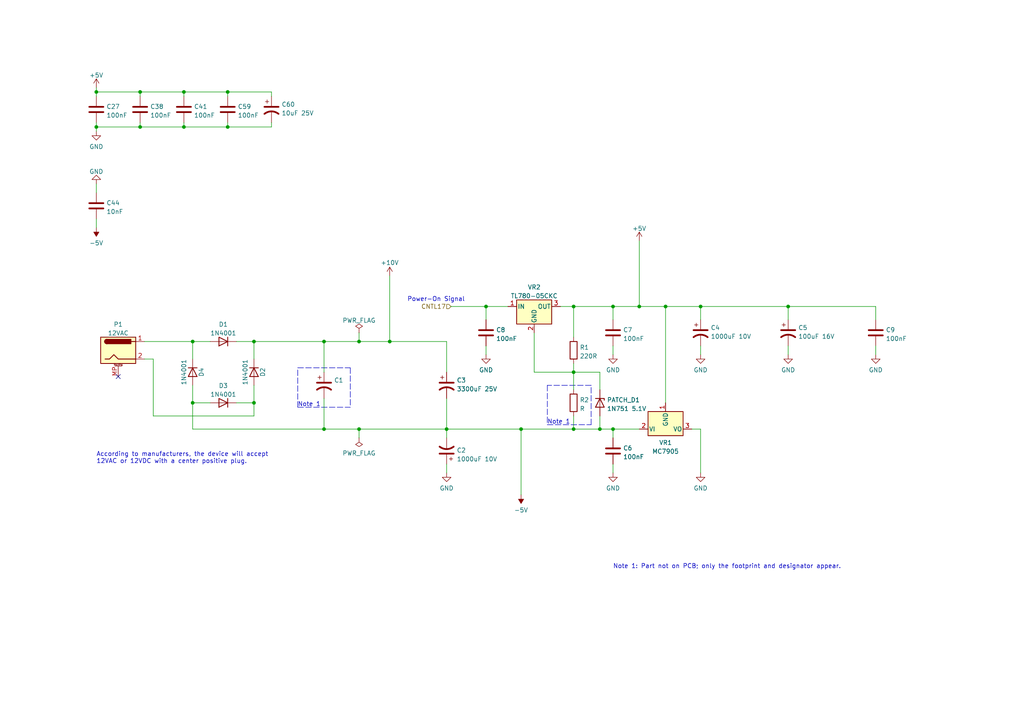
<source format=kicad_sch>
(kicad_sch (version 20211123) (generator eeschema)
  (paper "A4")
  (title_block (title "Power Supply") (date "2023-07-19") (rev "4"))
  (lib_symbols
    (symbol "Connector:Barrel_Jack_MountingPin" (pin_names hide) (in_bom no) (on_board no)
      (property "Reference" "J" (at 0 5.334 0))
      (property "Value" "Barrel_Jack_MountingPin" (at 1.27 -6.35 0))
      (symbol "Barrel_Jack_MountingPin_0_1"
        (rectangle (start -5.08 3.81) (end 5.08 -3.81) (stroke (width 0.254)) (fill (type background)))
        (arc (start -3.302 3.175) (mid -3.937 2.54) (end -3.302 1.905) (stroke (width 0.254)))
        (arc (start -3.302 3.175) (mid -3.937 2.54) (end -3.302 1.905) (stroke (width 0.254)) (fill (type outline)))
        (polyline (pts (xy 5.08 2.54) (xy 3.81 2.54)) (stroke (width 0.254)))
        (polyline (pts (xy -3.81 -2.54) (xy -2.54 -2.54) (xy -1.27 -1.27) (xy 0 -2.54) (xy 2.54 -2.54) (xy 5.08 -2.54)) (stroke (width 0.254)))
        (rectangle (start 3.683 3.175) (end -3.302 1.905) (stroke (width 0.254)) (fill (type outline)))
      )
      (symbol "Barrel_Jack_MountingPin_1_1"
        (polyline (pts (xy -1.016 -4.572) (xy 1.016 -4.572)) (stroke (width 0.1524)))
        (text "Mounting" (at 0 -4.191 0) (effects (font (size 0.381 0.381))))
        (pin passive line (at 7.62 2.54 180) (length 2.54) (name "~") (number "1"))
        (pin passive line (at 7.62 -2.54 180) (length 2.54) (name "~") (number "2"))
        (pin passive line (at 0 -7.62 90) (length 3.048) (name "MountPin") (number "MP"))
      )
    )
    (symbol "Device:C" (pin_numbers hide) (pin_names (offset 0.254)) (in_bom no) (on_board no)
      (property "Reference" "C" (at 0.635 2.54 0))
      (property "Value" "C" (at 0.635 -2.54 0))
      (symbol "C_0_1"
        (polyline (pts (xy -2.032 -0.762) (xy 2.032 -0.762)) (stroke (width 0.508)))
        (polyline (pts (xy -2.032 0.762) (xy 2.032 0.762)) (stroke (width 0.508)))
      )
      (symbol "C_1_1"
        (pin passive line (at 0 3.81 270) (length 2.794) (name "~") (number "1"))
        (pin passive line (at 0 -3.81 90) (length 2.794) (name "~") (number "2"))
      )
    )
    (symbol "Device:C_Polarized_US" (pin_numbers hide) (pin_names (offset 0.254) hide) (in_bom no) (on_board no)
      (property "Reference" "C" (at 0.635 2.54 0))
      (property "Value" "C_Polarized_US" (at 0.635 -2.54 0))
      (symbol "C_Polarized_US_0_1"
        (polyline (pts (xy -2.032 0.762) (xy 2.032 0.762)) (stroke (width 0.508)))
        (polyline (pts (xy -1.778 2.286) (xy -0.762 2.286)))
        (polyline (pts (xy -1.27 1.778) (xy -1.27 2.794)))
        (arc (start 2.032 -1.27) (mid 0 -0.5572) (end -2.032 -1.27) (stroke (width 0.508)))
      )
      (symbol "C_Polarized_US_1_1"
        (pin passive line (at 0 3.81 270) (length 2.794) (name "~") (number "1"))
        (pin passive line (at 0 -3.81 90) (length 3.302) (name "~") (number "2"))
      )
    )
    (symbol "Device:D_Zener" (pin_numbers hide) (pin_names (offset 1.016) hide) (in_bom no) (on_board no)
      (property "Reference" "D" (at 0 2.54 0))
      (property "Value" "D_Zener" (at 0 -2.54 0))
      (symbol "D_Zener_0_1"
        (polyline (pts (xy 1.27 0) (xy -1.27 0)))
        (polyline (pts (xy -1.27 -1.27) (xy -1.27 1.27) (xy -0.762 1.27)) (stroke (width 0.254)))
        (polyline (pts (xy 1.27 -1.27) (xy 1.27 1.27) (xy -1.27 0) (xy 1.27 -1.27)) (stroke (width 0.254)))
      )
      (symbol "D_Zener_1_1"
        (pin passive line (at -3.81 0 0) (length 2.54) (name "K") (number "1"))
        (pin passive line (at 3.81 0 180) (length 2.54) (name "A") (number "2"))
      )
    )
    (symbol "Device:R" (pin_numbers hide) (pin_names (offset 0)) (in_bom no) (on_board no)
      (property "Reference" "R" (at 2.032 0 90))
      (property "Value" "R" (at 0 0 90))
      (symbol "R_0_1"
        (rectangle (start -1.016 -2.54) (end 1.016 2.54) (stroke (width 0.254)))
      )
      (symbol "R_1_1"
        (pin passive line (at 0 3.81 270) (length 1.27) (name "~") (number "1"))
        (pin passive line (at 0 -3.81 90) (length 1.27) (name "~") (number "2"))
      )
    )
    (symbol "Diode:1N4001" (pin_numbers hide) (pin_names hide) (in_bom no) (on_board no)
      (property "Reference" "D" (at 0 2.54 0))
      (property "Value" "1N4001" (at 0 -2.54 0))
      (symbol "1N4001_0_1"
        (polyline (pts (xy -1.27 1.27) (xy -1.27 -1.27)) (stroke (width 0.254)))
        (polyline (pts (xy 1.27 0) (xy -1.27 0)))
        (polyline (pts (xy 1.27 1.27) (xy 1.27 -1.27) (xy -1.27 0) (xy 1.27 1.27)) (stroke (width 0.254)))
      )
      (symbol "1N4001_1_1"
        (pin passive line (at -3.81 0 0) (length 2.54) (name "K") (number "1"))
        (pin passive line (at 3.81 0 180) (length 2.54) (name "A") (number "2"))
      )
    )
    (symbol "Regulator_Linear:L7805" (pin_names (offset 0.254)) (in_bom no) (on_board no)
      (property "Reference" "U" (at -3.81 3.175 0))
      (property "Value" "L7805" (at 0 3.175 0))
      (symbol "L7805_0_1"
        (rectangle (start -5.08 1.905) (end 5.08 -5.08) (stroke (width 0.254)) (fill (type background)))
      )
      (symbol "L7805_1_1"
        (pin power_in line (at -7.62 0 0) (length 2.54) (name "IN") (number "1"))
        (pin power_in line (at 0 -7.62 90) (length 2.54) (name "GND") (number "2"))
        (pin power_out line (at 7.62 0 180) (length 2.54) (name "OUT") (number "3"))
      )
    )
    (symbol "Regulator_Linear:MC7905" (pin_names (offset 0.254)) (in_bom no) (on_board no)
      (property "Reference" "U" (at -3.81 -3.175 0))
      (property "Value" "MC7905" (at 0 -3.175 0))
      (symbol "MC7905_0_1"
        (rectangle (start -5.08 5.08) (end 5.08 -1.905) (stroke (width 0.254)) (fill (type background)))
      )
      (symbol "MC7905_1_1"
        (pin power_in line (at 0 7.62 270) (length 2.54) (name "GND") (number "1"))
        (pin power_in line (at -7.62 0 0) (length 2.54) (name "VI") (number "2"))
        (pin power_out line (at 7.62 0 180) (length 2.54) (name "VO") (number "3"))
      )
    )
    (symbol "power:+10V" (power) (pin_names (offset 0)) (in_bom no) (on_board no)
      (property "Value" "+10V" (at 0 3.556 0))
      (symbol "+10V_0_1"
        (polyline (pts (xy -0.762 1.27) (xy 0 2.54)))
        (polyline (pts (xy 0 0) (xy 0 2.54)))
        (polyline (pts (xy 0 2.54) (xy 0.762 1.27)))
      )
      (symbol "+10V_1_1"
        (pin power_in line (at 0 0 90) (length 0) hide (name "+10V") (number "1"))
      )
    )
    (symbol "power:+5V" (power) (pin_names (offset 0)) (in_bom no) (on_board no)
      (property "Value" "+5V" (at 0 3.556 0))
      (symbol "+5V_0_1"
        (polyline (pts (xy -0.762 1.27) (xy 0 2.54)))
        (polyline (pts (xy 0 0) (xy 0 2.54)))
        (polyline (pts (xy 0 2.54) (xy 0.762 1.27)))
      )
      (symbol "+5V_1_1"
        (pin power_in line (at 0 0 90) (length 0) hide (name "+5V") (number "1"))
      )
    )
    (symbol "power:-5V" (power) (pin_names (offset 0)) (in_bom no) (on_board no)
      (property "Value" "-5V" (at 0 3.81 0))
      (symbol "-5V_0_0"
        (pin power_in line (at 0 0 90) (length 0) hide (name "-5V") (number "1"))
      )
      (symbol "-5V_0_1"
        (polyline (pts (xy 0 0) (xy 0 1.27) (xy 0.762 1.27) (xy 0 2.54) (xy -0.762 1.27) (xy 0 1.27)) (fill (type outline)))
      )
    )
    (symbol "power:GND" (power) (pin_names (offset 0)) (in_bom no) (on_board no)
      (property "Value" "GND" (at 0 -3.81 0))
      (symbol "GND_0_1"
        (polyline (pts (xy 0 0) (xy 0 -1.27) (xy 1.27 -1.27) (xy 0 -2.54) (xy -1.27 -1.27) (xy 0 -1.27)))
      )
      (symbol "GND_1_1"
        (pin power_in line (at 0 0 270) (length 0) hide (name "GND") (number "1"))
      )
    )
    (symbol "power:PWR_FLAG" (power) (pin_numbers hide) (pin_names (offset 0) hide) (in_bom no) (on_board no)
      (property "Value" "PWR_FLAG" (at 0 3.81 0))
      (symbol "PWR_FLAG_0_0"
        (pin power_out line (at 0 0 90) (length 0) (name "pwr") (number "1"))
      )
      (symbol "PWR_FLAG_0_1"
        (polyline (pts (xy 0 0) (xy 0 1.27) (xy -1.016 1.905) (xy 0 2.54) (xy 1.016 1.905) (xy 0 1.27)))
      )
    )
  )
  (junction (at 185.42 88.9))
  (junction (at 113.03 99.06))
  (junction (at 140.97 88.9))
  (junction (at 173.99 124.46))
  (junction (at 151.13 124.46))
  (junction (at 27.94 26.67))
  (junction (at 66.04 26.67))
  (junction (at 166.37 107.95))
  (junction (at 93.98 99.06))
  (junction (at 203.2 88.9))
  (junction (at 53.34 26.67))
  (junction (at 104.14 99.06))
  (junction (at 228.6 88.9))
  (junction (at 53.34 36.83))
  (junction (at 104.14 124.46))
  (junction (at 166.37 124.46))
  (junction (at 40.64 26.67))
  (junction (at 166.37 88.9))
  (junction (at 177.8 88.9))
  (junction (at 66.04 36.83))
  (junction (at 129.54 124.46))
  (junction (at 177.8 124.46))
  (junction (at 40.64 36.83))
  (junction (at 73.66 99.06))
  (junction (at 73.66 116.84))
  (junction (at 93.98 124.46))
  (junction (at 27.94 36.83))
  (junction (at 55.88 99.06))
  (junction (at 193.04 88.9))
  (junction (at 55.88 116.84))
  (no_connect (at 34.29 109.22))
  (wire (pts (xy 44.45 120.65) (xy 73.66 120.65)))
  (wire (pts (xy 162.56 88.9) (xy 166.37 88.9)))
  (wire (pts (xy 93.98 99.06) (xy 104.14 99.06)))
  (wire (pts (xy 93.98 99.06) (xy 93.98 107.95)))
  (polyline (pts (xy 158.75 111.76) (xy 158.75 123.19)))
  (wire (pts (xy 254 92.71) (xy 254 88.9)))
  (wire (pts (xy 166.37 88.9) (xy 177.8 88.9)))
  (wire (pts (xy 27.94 26.67) (xy 27.94 27.94)))
  (wire (pts (xy 78.74 35.56) (xy 78.74 36.83)))
  (wire (pts (xy 66.04 27.94) (xy 66.04 26.67)))
  (wire (pts (xy 55.88 124.46) (xy 93.98 124.46)))
  (wire (pts (xy 254 100.33) (xy 254 102.87)))
  (wire (pts (xy 53.34 35.56) (xy 53.34 36.83)))
  (wire (pts (xy 73.66 99.06) (xy 73.66 104.14)))
  (wire (pts (xy 93.98 115.57) (xy 93.98 124.46)))
  (wire (pts (xy 166.37 124.46) (xy 173.99 124.46)))
  (wire (pts (xy 27.94 53.34) (xy 27.94 55.88)))
  (wire (pts (xy 129.54 99.06) (xy 129.54 107.95)))
  (wire (pts (xy 228.6 100.33) (xy 228.6 102.87)))
  (wire (pts (xy 166.37 105.41) (xy 166.37 107.95)))
  (wire (pts (xy 129.54 134.62) (xy 129.54 137.16)))
  (wire (pts (xy 166.37 107.95) (xy 166.37 113.03)))
  (wire (pts (xy 177.8 88.9) (xy 185.42 88.9)))
  (wire (pts (xy 53.34 27.94) (xy 53.34 26.67)))
  (wire (pts (xy 40.64 35.56) (xy 40.64 36.83)))
  (wire (pts (xy 104.14 99.06) (xy 113.03 99.06)))
  (wire (pts (xy 113.03 80.01) (xy 113.03 99.06)))
  (wire (pts (xy 200.66 124.46) (xy 203.2 124.46)))
  (wire (pts (xy 113.03 99.06) (xy 129.54 99.06)))
  (wire (pts (xy 151.13 124.46) (xy 166.37 124.46)))
  (polyline (pts (xy 158.75 123.19) (xy 171.45 123.19)))
  (wire (pts (xy 53.34 26.67) (xy 40.64 26.67)))
  (wire (pts (xy 41.91 104.14) (xy 44.45 104.14)))
  (wire (pts (xy 129.54 124.46) (xy 129.54 127)))
  (wire (pts (xy 173.99 124.46) (xy 177.8 124.46)))
  (wire (pts (xy 154.94 96.52) (xy 154.94 107.95)))
  (polyline (pts (xy 86.36 106.68) (xy 101.6 106.68)))
  (wire (pts (xy 78.74 36.83) (xy 66.04 36.83)))
  (wire (pts (xy 66.04 26.67) (xy 53.34 26.67)))
  (wire (pts (xy 104.14 124.46) (xy 104.14 127)))
  (wire (pts (xy 27.94 25.4) (xy 27.94 26.67)))
  (wire (pts (xy 44.45 104.14) (xy 44.45 120.65)))
  (wire (pts (xy 140.97 100.33) (xy 140.97 102.87)))
  (wire (pts (xy 55.88 99.06) (xy 60.96 99.06)))
  (wire (pts (xy 27.94 35.56) (xy 27.94 36.83)))
  (polyline (pts (xy 86.36 118.11) (xy 86.36 106.68)))
  (wire (pts (xy 203.2 100.33) (xy 203.2 102.87)))
  (wire (pts (xy 193.04 88.9) (xy 193.04 116.84)))
  (wire (pts (xy 68.58 99.06) (xy 73.66 99.06)))
  (wire (pts (xy 166.37 88.9) (xy 166.37 97.79)))
  (wire (pts (xy 78.74 27.94) (xy 78.74 26.67)))
  (polyline (pts (xy 171.45 123.19) (xy 171.45 111.76)))
  (wire (pts (xy 177.8 88.9) (xy 177.8 92.71)))
  (wire (pts (xy 254 88.9) (xy 228.6 88.9)))
  (wire (pts (xy 203.2 124.46) (xy 203.2 137.16)))
  (wire (pts (xy 228.6 88.9) (xy 228.6 92.71)))
  (wire (pts (xy 66.04 36.83) (xy 53.34 36.83)))
  (wire (pts (xy 40.64 36.83) (xy 27.94 36.83)))
  (wire (pts (xy 27.94 36.83) (xy 27.94 38.1)))
  (wire (pts (xy 104.14 96.52) (xy 104.14 99.06)))
  (wire (pts (xy 203.2 88.9) (xy 193.04 88.9)))
  (wire (pts (xy 173.99 113.03) (xy 173.99 107.95)))
  (polyline (pts (xy 101.6 106.68) (xy 101.6 118.11)))
  (wire (pts (xy 55.88 124.46) (xy 55.88 116.84)))
  (wire (pts (xy 40.64 26.67) (xy 27.94 26.67)))
  (wire (pts (xy 27.94 63.5) (xy 27.94 66.04)))
  (wire (pts (xy 104.14 124.46) (xy 129.54 124.46)))
  (wire (pts (xy 177.8 100.33) (xy 177.8 102.87)))
  (wire (pts (xy 147.32 88.9) (xy 140.97 88.9)))
  (wire (pts (xy 177.8 124.46) (xy 177.8 127)))
  (wire (pts (xy 185.42 88.9) (xy 193.04 88.9)))
  (wire (pts (xy 40.64 27.94) (xy 40.64 26.67)))
  (wire (pts (xy 93.98 124.46) (xy 104.14 124.46)))
  (wire (pts (xy 203.2 92.71) (xy 203.2 88.9)))
  (wire (pts (xy 177.8 134.62) (xy 177.8 137.16)))
  (polyline (pts (xy 86.36 118.11) (xy 101.6 118.11)))
  (wire (pts (xy 228.6 88.9) (xy 203.2 88.9)))
  (wire (pts (xy 66.04 35.56) (xy 66.04 36.83)))
  (wire (pts (xy 140.97 88.9) (xy 130.81 88.9)))
  (wire (pts (xy 173.99 107.95) (xy 166.37 107.95)))
  (wire (pts (xy 177.8 124.46) (xy 185.42 124.46)))
  (wire (pts (xy 55.88 99.06) (xy 55.88 104.14)))
  (wire (pts (xy 53.34 36.83) (xy 40.64 36.83)))
  (wire (pts (xy 55.88 111.76) (xy 55.88 116.84)))
  (wire (pts (xy 151.13 124.46) (xy 151.13 143.51)))
  (wire (pts (xy 173.99 120.65) (xy 173.99 124.46)))
  (wire (pts (xy 55.88 116.84) (xy 60.96 116.84)))
  (wire (pts (xy 73.66 99.06) (xy 93.98 99.06)))
  (wire (pts (xy 185.42 69.85) (xy 185.42 88.9)))
  (wire (pts (xy 73.66 111.76) (xy 73.66 116.84)))
  (wire (pts (xy 73.66 120.65) (xy 73.66 116.84)))
  (wire (pts (xy 78.74 26.67) (xy 66.04 26.67)))
  (wire (pts (xy 166.37 120.65) (xy 166.37 124.46)))
  (polyline (pts (xy 171.45 111.76) (xy 158.75 111.76)))
  (wire (pts (xy 129.54 124.46) (xy 151.13 124.46)))
  (wire (pts (xy 41.91 99.06) (xy 55.88 99.06)))
  (wire (pts (xy 140.97 88.9) (xy 140.97 92.71)))
  (wire (pts (xy 154.94 107.95) (xy 166.37 107.95)))
  (wire (pts (xy 129.54 115.57) (xy 129.54 124.46)))
  (wire (pts (xy 68.58 116.84) (xy 73.66 116.84)))
  (text "Note 1" (at 158.75 123.19 0) (effects (font (size 1.27 1.27)) (justify left bottom)))
  (text "According to manufacturers, the device will accept\n12VAC or 12VDC with a center positive plug." (at 27.94 134.62 0) (effects (font (size 1.27 1.27)) (justify left bottom)))
  (text "Note 1" (at 86.36 118.11 0) (effects (font (size 1.27 1.27)) (justify left bottom)))
  (text "Note 1: Part not on PCB; only the footprint and designator appear." (at 177.8 165.1 0) (effects (font (size 1.27 1.27)) (justify left bottom)))
  (text "Power-On Signal" (at 118.11 87.63 0) (effects (font (size 1.27 1.27)) (justify left bottom)))
  (hierarchical_label "CNTL17" (shape input) (at 130.81 88.9 180))
  (symbol (lib_id "Device:C_Polarized_US") (at 203.2 96.52 0) (unit 1) (in_bom no) (on_board no)
    (property "Reference" "C4" (at 206.121 95.0503 0) (effects (justify left)))
    (property "Value" "1000uF 10V" (at 206.121 97.5872 0) (effects (justify left)))
  )
  (symbol (lib_id "Device:C_Polarized_US") (at 228.6 96.52 0) (unit 1) (in_bom no) (on_board no)
    (property "Reference" "C5" (at 231.521 95.0503 0) (effects (justify left)))
    (property "Value" "100uF 16V" (at 231.521 97.5872 0) (effects (justify left)))
  )
  (symbol (lib_id "power:+5V") (at 185.42 69.85 0) (unit 1) (in_bom no) (on_board no)
    (property "Reference" "#PWR0126" (effects hide))
    (property "Value" "+5V" (at 185.42 66.2742 0))
  )
  (symbol (lib_id "Diode:1N4001") (at 64.77 99.06 180) (unit 1) (in_bom no) (on_board no)
    (property "Reference" "D1" (at 64.77 94.0902 0))
    (property "Value" "1N4001" (at 64.77 96.6271 0))
    (property "Footprint" "Diode_THT:D_DO-41_SOD81_P10.16mm_Horizontal" (effects hide))
    (property "Datasheet" "http://www.vishay.com/docs/88503/1n4001.pdf" (effects hide))
  )
  (symbol (lib_id "power:GND") (at 140.97 102.87 0) (unit 1) (in_bom no) (on_board no)
    (property "Reference" "#PWR0190" (effects hide))
    (property "Value" "GND" (at 140.97 107.3134 0))
  )
  (symbol (lib_id "Device:C") (at 27.94 59.69 0) (unit 1) (in_bom no) (on_board no)
    (property "Reference" "C44" (at 30.861 58.8553 0) (effects (justify left)))
    (property "Value" "10nF" (at 30.861 61.3922 0) (effects (justify left)))
  )
  (symbol (lib_id "power:GND") (at 27.94 53.34 180) (unit 1) (in_bom no) (on_board no)
    (property "Reference" "#PWR0188" (effects hide))
    (property "Value" "GND" (at 27.94 49.7642 0))
  )
  (symbol (lib_id "Device:C") (at 53.34 31.75 0) (unit 1) (in_bom no) (on_board no)
    (property "Reference" "C41" (at 56.261 30.9153 0) (effects (justify left)))
    (property "Value" "100nF" (at 56.261 33.4522 0) (effects (justify left)))
  )
  (symbol (lib_id "Device:R") (at 166.37 101.6 0) (unit 1) (in_bom no) (on_board no)
    (property "Reference" "R1" (at 168.148 100.7653 0) (effects (justify left)))
    (property "Value" "220R" (at 168.148 103.3022 0) (effects (justify left)))
  )
  (symbol (lib_id "power:+5V") (at 27.94 25.4 0) (unit 1) (in_bom no) (on_board no)
    (property "Reference" "#PWR0186" (effects hide))
    (property "Value" "+5V" (at 27.94 21.8242 0))
  )
  (symbol (lib_id "Connector:Barrel_Jack_MountingPin") (at 34.29 101.6 0) (unit 1) (in_bom no) (on_board no)
    (property "Reference" "P1" (at 34.29 94.0902 0))
    (property "Value" "12VAC" (at 34.29 96.6271 0))
  )
  (symbol (lib_id "Device:C") (at 40.64 31.75 0) (unit 1) (in_bom no) (on_board no)
    (property "Reference" "C38" (at 43.561 30.9153 0) (effects (justify left)))
    (property "Value" "100nF" (at 43.561 33.4522 0) (effects (justify left)))
  )
  (symbol (lib_id "power:GND") (at 203.2 137.16 0) (unit 1) (in_bom no) (on_board no)
    (property "Reference" "#PWR0128" (effects hide))
    (property "Value" "GND" (at 203.2 141.6034 0))
  )
  (symbol (lib_id "Device:C") (at 254 96.52 0) (unit 1) (in_bom no) (on_board no)
    (property "Reference" "C9" (at 256.921 95.6853 0) (effects (justify left)))
    (property "Value" "100nF" (at 256.921 98.2222 0) (effects (justify left)))
  )
  (symbol (lib_id "Device:C_Polarized_US") (at 78.74 31.75 0) (unit 1) (in_bom no) (on_board no)
    (property "Reference" "C60" (at 81.661 30.2803 0) (effects (justify left)))
    (property "Value" "10uF 25V" (at 81.661 32.8172 0) (effects (justify left)))
  )
  (symbol (lib_id "power:PWR_FLAG") (at 104.14 96.52 0) (unit 1) (in_bom no) (on_board no)
    (property "Reference" "#FLG0101" (effects hide))
    (property "Value" "PWR_FLAG" (at 104.14 92.9442 0))
  )
  (symbol (lib_id "Device:C_Polarized_US") (at 129.54 130.81 180) (unit 1) (in_bom no) (on_board no)
    (property "Reference" "C2" (at 132.461 130.6103 0) (effects (justify right)))
    (property "Value" "1000uF 10V" (at 132.461 133.1472 0) (effects (justify right)))
  )
  (symbol (lib_id "Device:C_Polarized_US") (at 129.54 111.76 0) (unit 1) (in_bom no) (on_board no)
    (property "Reference" "C3" (at 132.461 110.2903 0) (effects (justify left)))
    (property "Value" "3300uF 25V" (at 132.461 112.8272 0) (effects (justify left)))
  )
  (symbol (lib_id "power:-5V") (at 151.13 143.51 180) (unit 1) (in_bom no) (on_board no)
    (property "Reference" "#PWR0131" (effects hide))
    (property "Value" "-5V" (at 151.13 147.9534 0))
  )
  (symbol (lib_id "Regulator_Linear:L7805") (at 154.94 88.9 0) (unit 1) (in_bom no) (on_board no)
    (property "Reference" "VR2" (at 154.94 83.2952 0))
    (property "Value" "TL780-05CKC" (at 154.94 85.8321 0))
    (property "Datasheet" "http://www.st.com/content/ccc/resource/technical/document/datasheet/41/4f/b3/b0/12/d4/47/88/CD00000444.pdf/files/CD00000444.pdf/jcr:content/translations/en.CD00000444.pdf" (effects hide))
  )
  (symbol (lib_id "Device:D_Zener") (at 173.99 116.84 270) (unit 1) (in_bom no) (on_board no)
    (property "Reference" "PATCH_D1" (at 176.022 116.0053 90) (effects (justify left)))
    (property "Value" "1N751 5.1V" (at 176.022 118.5422 90) (effects (justify left)))
  )
  (symbol (lib_id "power:GND") (at 27.94 38.1 0) (unit 1) (in_bom no) (on_board no)
    (property "Reference" "#PWR0187" (effects hide))
    (property "Value" "GND" (at 27.94 42.5434 0))
  )
  (symbol (lib_id "power:PWR_FLAG") (at 104.14 127 180) (unit 1) (in_bom no) (on_board no)
    (property "Reference" "#FLG0102" (effects hide))
    (property "Value" "PWR_FLAG" (at 104.14 131.4434 0))
  )
  (symbol (lib_id "power:-5V") (at 27.94 66.04 180) (unit 1) (in_bom no) (on_board no)
    (property "Reference" "#PWR0189" (effects hide))
    (property "Value" "-5V" (at 27.94 70.4834 0))
  )
  (symbol (lib_id "power:GND") (at 254 102.87 0) (unit 1) (in_bom no) (on_board no)
    (property "Reference" "#PWR0129" (effects hide))
    (property "Value" "GND" (at 254 107.3134 0))
  )
  (symbol (lib_id "Diode:1N4001") (at 73.66 107.95 270) (unit 1) (in_bom no) (on_board no)
    (property "Reference" "D2" (at 76.2 107.95 0))
    (property "Value" "1N4001" (at 71.12 107.95 0))
    (property "Footprint" "Diode_THT:D_DO-41_SOD81_P10.16mm_Horizontal" (effects hide))
    (property "Datasheet" "http://www.vishay.com/docs/88503/1n4001.pdf" (effects hide))
  )
  (symbol (lib_id "Diode:1N4001") (at 64.77 116.84 180) (unit 1) (in_bom no) (on_board no)
    (property "Reference" "D3" (at 64.77 111.8702 0))
    (property "Value" "1N4001" (at 64.77 114.4071 0))
    (property "Footprint" "Diode_THT:D_DO-41_SOD81_P10.16mm_Horizontal" (effects hide))
    (property "Datasheet" "http://www.vishay.com/docs/88503/1n4001.pdf" (effects hide))
  )
  (symbol (lib_id "power:GND") (at 129.54 137.16 0) (unit 1) (in_bom no) (on_board no)
    (property "Reference" "#PWR0133" (effects hide))
    (property "Value" "GND" (at 129.54 141.6034 0))
  )
  (symbol (lib_id "Device:C") (at 66.04 31.75 0) (unit 1) (in_bom no) (on_board no)
    (property "Reference" "C59" (at 68.961 30.9153 0) (effects (justify left)))
    (property "Value" "100nF" (at 68.961 33.4522 0) (effects (justify left)))
  )
  (symbol (lib_id "Regulator_Linear:MC7905") (at 193.04 124.46 0) (unit 1) (in_bom no) (on_board no)
    (property "Reference" "VR1" (at 193.04 128.3954 0))
    (property "Value" "MC7905" (at 193.04 130.9323 0))
    (property "Datasheet" "http://www.onsemi.com/pub/Collateral/MC7900-D.PDF" (effects hide))
  )
  (symbol (lib_id "power:+10V") (at 113.03 80.01 0) (unit 1) (in_bom no) (on_board no)
    (property "Reference" "#PWR0132" (effects hide))
    (property "Value" "+10V" (at 113.03 76.2 0))
  )
  (symbol (lib_id "Device:R") (at 166.37 116.84 0) (unit 1) (in_bom no) (on_board no)
    (property "Reference" "R2" (at 168.148 116.0053 0) (effects (justify left)))
    (property "Value" "R" (at 168.148 118.5422 0) (effects (justify left)))
  )
  (symbol (lib_id "power:GND") (at 228.6 102.87 0) (unit 1) (in_bom no) (on_board no)
    (property "Reference" "#PWR0124" (effects hide))
    (property "Value" "GND" (at 228.6 107.3134 0))
  )
  (symbol (lib_id "Device:C_Polarized_US") (at 93.98 111.76 0) (unit 1) (in_bom no) (on_board no)
    (property "Reference" "C1" (at 96.901 110.2903 0) (effects (justify left)))
    (property "Value" "C" (effects hide))
  )
  (symbol (lib_id "Device:C") (at 177.8 130.81 0) (unit 1) (in_bom no) (on_board no)
    (property "Reference" "C6" (at 180.721 129.9753 0) (effects (justify left)))
    (property "Value" "100nF" (at 180.721 132.5122 0) (effects (justify left)))
  )
  (symbol (lib_id "power:GND") (at 177.8 137.16 0) (unit 1) (in_bom no) (on_board no)
    (property "Reference" "#PWR0130" (effects hide))
    (property "Value" "GND" (at 177.8 141.6034 0))
  )
  (symbol (lib_id "Device:C") (at 140.97 96.52 0) (unit 1) (in_bom no) (on_board no)
    (property "Reference" "C8" (at 143.891 95.6853 0) (effects (justify left)))
    (property "Value" "100nF" (at 143.891 98.2222 0) (effects (justify left)))
  )
  (symbol (lib_id "power:GND") (at 203.2 102.87 0) (unit 1) (in_bom no) (on_board no)
    (property "Reference" "#PWR0125" (effects hide))
    (property "Value" "GND" (at 203.2 107.3134 0))
  )
  (symbol (lib_id "Diode:1N4001") (at 55.88 107.95 270) (unit 1) (in_bom no) (on_board no)
    (property "Reference" "D4" (at 58.42 107.95 0))
    (property "Value" "1N4001" (at 53.34 107.95 0))
    (property "Footprint" "Diode_THT:D_DO-41_SOD81_P10.16mm_Horizontal" (effects hide))
    (property "Datasheet" "http://www.vishay.com/docs/88503/1n4001.pdf" (effects hide))
  )
  (symbol (lib_id "power:GND") (at 177.8 102.87 0) (unit 1) (in_bom no) (on_board no)
    (property "Reference" "#PWR0127" (effects hide))
    (property "Value" "GND" (at 177.8 107.3134 0))
  )
  (symbol (lib_id "Device:C") (at 27.94 31.75 0) (unit 1) (in_bom no) (on_board no)
    (property "Reference" "C27" (at 30.861 30.9153 0) (effects (justify left)))
    (property "Value" "100nF" (at 30.861 33.4522 0) (effects (justify left)))
  )
  (symbol (lib_id "Device:C") (at 177.8 96.52 0) (unit 1) (in_bom no) (on_board no)
    (property "Reference" "C7" (at 180.721 95.6853 0) (effects (justify left)))
    (property "Value" "100nF" (at 180.721 98.2222 0) (effects (justify left)))
  )
)
</source>
